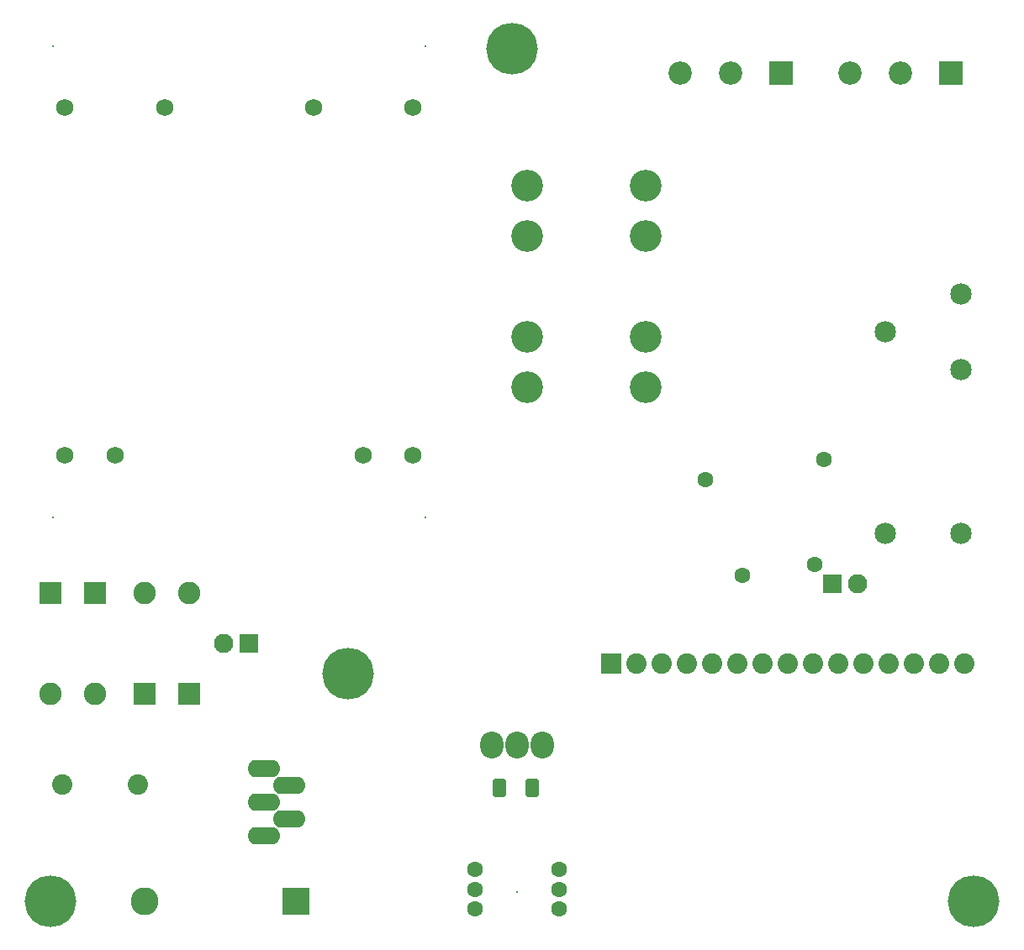
<source format=gbr>
%TF.GenerationSoftware,Altium Limited,Altium Designer,24.0.1 (36)*%
G04 Layer_Color=16711935*
%FSLAX45Y45*%
%MOMM*%
%TF.SameCoordinates,1548FFD4-C5F0-4C99-8D9D-CADF44B10A7D*%
%TF.FilePolarity,Negative*%
%TF.FileFunction,Soldermask,Bot*%
%TF.Part,Single*%
G01*
G75*
%TA.AperFunction,SMDPad,CuDef*%
G04:AMPARAMS|DCode=52|XSize=1.3432mm|YSize=1.8332mm|CornerRadius=0.2441mm|HoleSize=0mm|Usage=FLASHONLY|Rotation=0.000|XOffset=0mm|YOffset=0mm|HoleType=Round|Shape=RoundedRectangle|*
%AMROUNDEDRECTD52*
21,1,1.34320,1.34500,0,0,0.0*
21,1,0.85500,1.83320,0,0,0.0*
1,1,0.48820,0.42750,-0.67250*
1,1,0.48820,-0.42750,-0.67250*
1,1,0.48820,-0.42750,0.67250*
1,1,0.48820,0.42750,0.67250*
%
%ADD52ROUNDEDRECTD52*%
%TA.AperFunction,ComponentPad*%
%ADD62C,1.95321*%
%ADD63R,1.95321X1.95321*%
%ADD64O,3.30320X1.75320*%
%ADD65C,5.20320*%
%ADD66C,2.05320*%
%ADD67R,2.05320X2.05320*%
%ADD68C,2.35320*%
%ADD69R,2.35320X2.35320*%
%ADD70C,3.20320*%
%ADD71C,0.20320*%
%ADD72C,1.72720*%
%ADD73C,2.15320*%
%ADD74O,2.35320X2.70320*%
%ADD75R,2.25320X2.25320*%
%ADD76C,2.25320*%
%ADD77C,2.05321*%
%ADD78C,2.80320*%
%ADD79R,2.80320X2.80320*%
%TA.AperFunction,ViaPad*%
%ADD80C,1.60320*%
D52*
X4872000Y1500000D02*
D03*
X5200000D02*
D03*
D62*
X2098000Y2950000D02*
D03*
X8477000Y3550000D02*
D03*
D63*
X2352000Y2950000D02*
D03*
X8223000Y3550000D02*
D03*
D64*
X2500000Y1010000D02*
D03*
X2760000Y1180000D02*
D03*
X2500000Y1350000D02*
D03*
X2760000Y1520000D02*
D03*
X2500000Y1690000D02*
D03*
D65*
X9650000Y350000D02*
D03*
X3350000Y2650000D02*
D03*
X5000000Y8950000D02*
D03*
X350000Y350000D02*
D03*
D66*
X9556000Y2750000D02*
D03*
X9302000D02*
D03*
X7778000D02*
D03*
X7524000D02*
D03*
X7270000D02*
D03*
X7016000D02*
D03*
X6254000D02*
D03*
X6508000D02*
D03*
X6762000D02*
D03*
X8032000D02*
D03*
X8286000D02*
D03*
X8540000D02*
D03*
X8794000D02*
D03*
X9048000D02*
D03*
D67*
X6000000D02*
D03*
D68*
X8400000Y8700000D02*
D03*
X8908000D02*
D03*
X6692000D02*
D03*
X7200000D02*
D03*
D69*
X9416000D02*
D03*
X7708000D02*
D03*
D70*
X6350800Y5534300D02*
D03*
Y6042300D02*
D03*
Y7058300D02*
D03*
Y7566300D02*
D03*
X5150800Y5534300D02*
D03*
Y6042300D02*
D03*
Y7058300D02*
D03*
Y7566300D02*
D03*
D71*
X4125000Y4225000D02*
D03*
X375000D02*
D03*
Y8975000D02*
D03*
X4125000D02*
D03*
X5050000Y450000D02*
D03*
D72*
X500000Y8350000D02*
D03*
X4000000D02*
D03*
X1500000D02*
D03*
X3000000D02*
D03*
X500000Y4850000D02*
D03*
X4000000D02*
D03*
X3500000D02*
D03*
X1000000D02*
D03*
D73*
X9525000Y6477000D02*
D03*
Y5715000D02*
D03*
X8763000Y6096000D02*
D03*
X9525000Y4064000D02*
D03*
X8763000D02*
D03*
D74*
X5304000Y1931666D02*
D03*
X5050000Y1931700D02*
D03*
X4796000D02*
D03*
D75*
X1300000Y2442000D02*
D03*
X800000Y3458000D02*
D03*
X350000D02*
D03*
X1750000Y2442000D02*
D03*
D76*
X1300000Y3458000D02*
D03*
X800000Y2442000D02*
D03*
X350000D02*
D03*
X1750000Y3458000D02*
D03*
D77*
X1231000Y1529215D02*
D03*
X469000D02*
D03*
D78*
X1297714Y350000D02*
D03*
D79*
X2821714D02*
D03*
D80*
X4625000Y275000D02*
D03*
Y475000D02*
D03*
Y675000D02*
D03*
X5475000D02*
D03*
Y475000D02*
D03*
Y275000D02*
D03*
X7321400Y3638900D02*
D03*
X8050000Y3750000D02*
D03*
X6950000Y4600000D02*
D03*
X8145550Y4805000D02*
D03*
%TF.MD5,58be869503e0da677ae150f30a61606d*%
M02*

</source>
